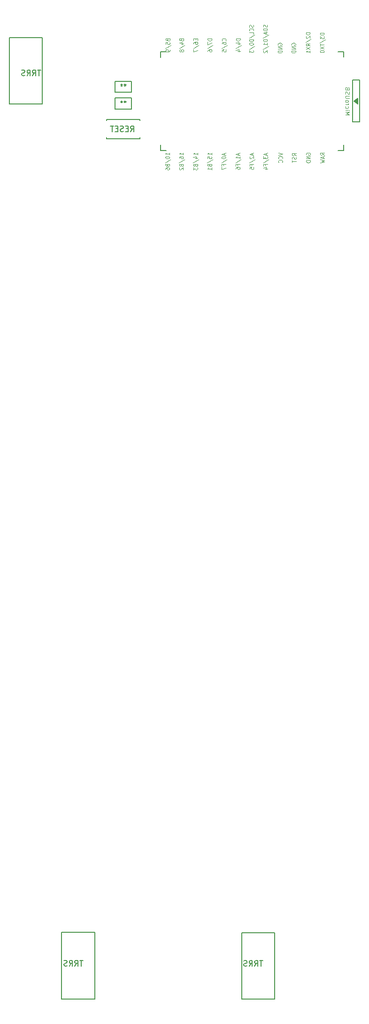
<source format=gbo>
G04 #@! TF.GenerationSoftware,KiCad,Pcbnew,(5.1.8)-1*
G04 #@! TF.CreationDate,2021-12-18T13:29:49+09:00*
G04 #@! TF.ProjectId,keyboard-layouter-playground,6b657962-6f61-4726-942d-6c61796f7574,rev?*
G04 #@! TF.SameCoordinates,Original*
G04 #@! TF.FileFunction,Legend,Bot*
G04 #@! TF.FilePolarity,Positive*
%FSLAX46Y46*%
G04 Gerber Fmt 4.6, Leading zero omitted, Abs format (unit mm)*
G04 Created by KiCad (PCBNEW (5.1.8)-1) date 2021-12-18 13:29:49*
%MOMM*%
%LPD*%
G01*
G04 APERTURE LIST*
%ADD10C,0.150000*%
%ADD11C,0.120000*%
%ADD12C,0.125000*%
G04 APERTURE END LIST*
D10*
X65583000Y-271322800D02*
X59583000Y-271322800D01*
X59583000Y-271322800D02*
X59583000Y-259322800D01*
X59583000Y-259322800D02*
X65583000Y-259322800D01*
X65583000Y-259322800D02*
X65583000Y-271322800D01*
X33147200Y-271297400D02*
X27147200Y-271297400D01*
X27147200Y-271297400D02*
X27147200Y-259297400D01*
X27147200Y-259297400D02*
X33147200Y-259297400D01*
X33147200Y-259297400D02*
X33147200Y-271297400D01*
X44940000Y-100751800D02*
X44940000Y-101761800D01*
X44940000Y-118551800D02*
X44940000Y-117551800D01*
X45940000Y-100751800D02*
X44940000Y-100751800D01*
X45990000Y-118551800D02*
X44940000Y-118551800D01*
X77990000Y-100751800D02*
X77990000Y-101701800D01*
X77990000Y-118551800D02*
X77990000Y-117551800D01*
X77990000Y-100751800D02*
X76990000Y-100751800D01*
X77990000Y-118551800D02*
X76990000Y-118551800D01*
X80890000Y-113401800D02*
X79590000Y-113401800D01*
X79590000Y-113401800D02*
X79590000Y-105901800D01*
X79590000Y-105901800D02*
X80890000Y-105901800D01*
X80890000Y-105901800D02*
X80890000Y-113401800D01*
X80540000Y-110151800D02*
X80540000Y-109151800D01*
X80540000Y-109151800D02*
X79890000Y-109651800D01*
X79890000Y-109651800D02*
X80540000Y-110151800D01*
X80390000Y-110001800D02*
X80390000Y-109301800D01*
X80240000Y-109901800D02*
X80240000Y-109401800D01*
X80090000Y-109801800D02*
X80090000Y-109501800D01*
X36752400Y-111109000D02*
X36752400Y-109109000D01*
X39752400Y-111109000D02*
X36752400Y-111109000D01*
X39752400Y-109109000D02*
X39752400Y-111109000D01*
X36752400Y-109109000D02*
X39752400Y-109109000D01*
X36752400Y-108086400D02*
X36752400Y-106086400D01*
X39752400Y-108086400D02*
X36752400Y-108086400D01*
X39752400Y-106086400D02*
X39752400Y-108086400D01*
X36752400Y-106086400D02*
X39752400Y-106086400D01*
X17677800Y-98209800D02*
X23677800Y-98209800D01*
X23677800Y-98209800D02*
X23677800Y-110209800D01*
X23677800Y-110209800D02*
X17677800Y-110209800D01*
X17677800Y-110209800D02*
X17677800Y-98209800D01*
X35227000Y-113181000D02*
X35227000Y-112931000D01*
X35227000Y-112931000D02*
X41227000Y-112931000D01*
X41227000Y-112931000D02*
X41227000Y-113181000D01*
X41227000Y-116181000D02*
X41227000Y-116431000D01*
X41227000Y-116431000D02*
X35227000Y-116431000D01*
X35227000Y-116431000D02*
X35227000Y-116181000D01*
X63420404Y-264361680D02*
X62848976Y-264361680D01*
X63134690Y-265361680D02*
X63134690Y-264361680D01*
X61944214Y-265361680D02*
X62277547Y-264885490D01*
X62515642Y-265361680D02*
X62515642Y-264361680D01*
X62134690Y-264361680D01*
X62039452Y-264409300D01*
X61991833Y-264456919D01*
X61944214Y-264552157D01*
X61944214Y-264695014D01*
X61991833Y-264790252D01*
X62039452Y-264837871D01*
X62134690Y-264885490D01*
X62515642Y-264885490D01*
X60944214Y-265361680D02*
X61277547Y-264885490D01*
X61515642Y-265361680D02*
X61515642Y-264361680D01*
X61134690Y-264361680D01*
X61039452Y-264409300D01*
X60991833Y-264456919D01*
X60944214Y-264552157D01*
X60944214Y-264695014D01*
X60991833Y-264790252D01*
X61039452Y-264837871D01*
X61134690Y-264885490D01*
X61515642Y-264885490D01*
X60563261Y-265314061D02*
X60420404Y-265361680D01*
X60182309Y-265361680D01*
X60087071Y-265314061D01*
X60039452Y-265266442D01*
X59991833Y-265171204D01*
X59991833Y-265075966D01*
X60039452Y-264980728D01*
X60087071Y-264933109D01*
X60182309Y-264885490D01*
X60372785Y-264837871D01*
X60468023Y-264790252D01*
X60515642Y-264742633D01*
X60563261Y-264647395D01*
X60563261Y-264552157D01*
X60515642Y-264456919D01*
X60468023Y-264409300D01*
X60372785Y-264361680D01*
X60134690Y-264361680D01*
X59991833Y-264409300D01*
X30984604Y-264336280D02*
X30413176Y-264336280D01*
X30698890Y-265336280D02*
X30698890Y-264336280D01*
X29508414Y-265336280D02*
X29841747Y-264860090D01*
X30079842Y-265336280D02*
X30079842Y-264336280D01*
X29698890Y-264336280D01*
X29603652Y-264383900D01*
X29556033Y-264431519D01*
X29508414Y-264526757D01*
X29508414Y-264669614D01*
X29556033Y-264764852D01*
X29603652Y-264812471D01*
X29698890Y-264860090D01*
X30079842Y-264860090D01*
X28508414Y-265336280D02*
X28841747Y-264860090D01*
X29079842Y-265336280D02*
X29079842Y-264336280D01*
X28698890Y-264336280D01*
X28603652Y-264383900D01*
X28556033Y-264431519D01*
X28508414Y-264526757D01*
X28508414Y-264669614D01*
X28556033Y-264764852D01*
X28603652Y-264812471D01*
X28698890Y-264860090D01*
X29079842Y-264860090D01*
X28127461Y-265288661D02*
X27984604Y-265336280D01*
X27746509Y-265336280D01*
X27651271Y-265288661D01*
X27603652Y-265241042D01*
X27556033Y-265145804D01*
X27556033Y-265050566D01*
X27603652Y-264955328D01*
X27651271Y-264907709D01*
X27746509Y-264860090D01*
X27936985Y-264812471D01*
X28032223Y-264764852D01*
X28079842Y-264717233D01*
X28127461Y-264621995D01*
X28127461Y-264526757D01*
X28079842Y-264431519D01*
X28032223Y-264383900D01*
X27936985Y-264336280D01*
X27698890Y-264336280D01*
X27556033Y-264383900D01*
D11*
X78300714Y-112148228D02*
X79050714Y-112148228D01*
X78515000Y-111898228D01*
X79050714Y-111648228D01*
X78300714Y-111648228D01*
X78300714Y-111291085D02*
X78800714Y-111291085D01*
X79050714Y-111291085D02*
X79015000Y-111326800D01*
X78979285Y-111291085D01*
X79015000Y-111255371D01*
X79050714Y-111291085D01*
X78979285Y-111291085D01*
X78336428Y-110612514D02*
X78300714Y-110683942D01*
X78300714Y-110826800D01*
X78336428Y-110898228D01*
X78372142Y-110933942D01*
X78443571Y-110969657D01*
X78657857Y-110969657D01*
X78729285Y-110933942D01*
X78765000Y-110898228D01*
X78800714Y-110826800D01*
X78800714Y-110683942D01*
X78765000Y-110612514D01*
X78300714Y-110291085D02*
X78800714Y-110291085D01*
X78657857Y-110291085D02*
X78729285Y-110255371D01*
X78765000Y-110219657D01*
X78800714Y-110148228D01*
X78800714Y-110076800D01*
X78300714Y-109719657D02*
X78336428Y-109791085D01*
X78372142Y-109826800D01*
X78443571Y-109862514D01*
X78657857Y-109862514D01*
X78729285Y-109826800D01*
X78765000Y-109791085D01*
X78800714Y-109719657D01*
X78800714Y-109612514D01*
X78765000Y-109541085D01*
X78729285Y-109505371D01*
X78657857Y-109469657D01*
X78443571Y-109469657D01*
X78372142Y-109505371D01*
X78336428Y-109541085D01*
X78300714Y-109612514D01*
X78300714Y-109719657D01*
X79050714Y-109148228D02*
X78443571Y-109148228D01*
X78372142Y-109112514D01*
X78336428Y-109076800D01*
X78300714Y-109005371D01*
X78300714Y-108862514D01*
X78336428Y-108791085D01*
X78372142Y-108755371D01*
X78443571Y-108719657D01*
X79050714Y-108719657D01*
X78336428Y-108398228D02*
X78300714Y-108291085D01*
X78300714Y-108112514D01*
X78336428Y-108041085D01*
X78372142Y-108005371D01*
X78443571Y-107969657D01*
X78515000Y-107969657D01*
X78586428Y-108005371D01*
X78622142Y-108041085D01*
X78657857Y-108112514D01*
X78693571Y-108255371D01*
X78729285Y-108326800D01*
X78765000Y-108362514D01*
X78836428Y-108398228D01*
X78907857Y-108398228D01*
X78979285Y-108362514D01*
X79015000Y-108326800D01*
X79050714Y-108255371D01*
X79050714Y-108076800D01*
X79015000Y-107969657D01*
X78693571Y-107398228D02*
X78657857Y-107291085D01*
X78622142Y-107255371D01*
X78550714Y-107219657D01*
X78443571Y-107219657D01*
X78372142Y-107255371D01*
X78336428Y-107291085D01*
X78300714Y-107362514D01*
X78300714Y-107648228D01*
X79050714Y-107648228D01*
X79050714Y-107398228D01*
X79015000Y-107326800D01*
X78979285Y-107291085D01*
X78907857Y-107255371D01*
X78836428Y-107255371D01*
X78765000Y-107291085D01*
X78729285Y-107326800D01*
X78693571Y-107398228D01*
X78693571Y-107648228D01*
D12*
X48736428Y-98639009D02*
X48772142Y-98734723D01*
X48807857Y-98766628D01*
X48879285Y-98798533D01*
X48986428Y-98798533D01*
X49057857Y-98766628D01*
X49093571Y-98734723D01*
X49129285Y-98670914D01*
X49129285Y-98415676D01*
X48379285Y-98415676D01*
X48379285Y-98639009D01*
X48415000Y-98702819D01*
X48450714Y-98734723D01*
X48522142Y-98766628D01*
X48593571Y-98766628D01*
X48665000Y-98734723D01*
X48700714Y-98702819D01*
X48736428Y-98639009D01*
X48736428Y-98415676D01*
X48629285Y-99372819D02*
X49129285Y-99372819D01*
X48343571Y-99213295D02*
X48879285Y-99053771D01*
X48879285Y-99468533D01*
X48343571Y-100202342D02*
X49307857Y-99628057D01*
X48700714Y-100521390D02*
X48665000Y-100457580D01*
X48629285Y-100425676D01*
X48557857Y-100393771D01*
X48522142Y-100393771D01*
X48450714Y-100425676D01*
X48415000Y-100457580D01*
X48379285Y-100521390D01*
X48379285Y-100649009D01*
X48415000Y-100712819D01*
X48450714Y-100744723D01*
X48522142Y-100776628D01*
X48557857Y-100776628D01*
X48629285Y-100744723D01*
X48665000Y-100712819D01*
X48700714Y-100649009D01*
X48700714Y-100521390D01*
X48736428Y-100457580D01*
X48772142Y-100425676D01*
X48843571Y-100393771D01*
X48986428Y-100393771D01*
X49057857Y-100425676D01*
X49093571Y-100457580D01*
X49129285Y-100521390D01*
X49129285Y-100649009D01*
X49093571Y-100712819D01*
X49057857Y-100744723D01*
X48986428Y-100776628D01*
X48843571Y-100776628D01*
X48772142Y-100744723D01*
X48736428Y-100712819D01*
X48700714Y-100649009D01*
X71929285Y-97311628D02*
X71179285Y-97311628D01*
X71179285Y-97471152D01*
X71215000Y-97566866D01*
X71286428Y-97630676D01*
X71357857Y-97662580D01*
X71500714Y-97694485D01*
X71607857Y-97694485D01*
X71750714Y-97662580D01*
X71822142Y-97630676D01*
X71893571Y-97566866D01*
X71929285Y-97471152D01*
X71929285Y-97311628D01*
X71250714Y-97949723D02*
X71215000Y-97981628D01*
X71179285Y-98045438D01*
X71179285Y-98204961D01*
X71215000Y-98268771D01*
X71250714Y-98300676D01*
X71322142Y-98332580D01*
X71393571Y-98332580D01*
X71500714Y-98300676D01*
X71929285Y-97917819D01*
X71929285Y-98332580D01*
X71143571Y-99098295D02*
X72107857Y-98524009D01*
X71929285Y-99704485D02*
X71572142Y-99481152D01*
X71929285Y-99321628D02*
X71179285Y-99321628D01*
X71179285Y-99576866D01*
X71215000Y-99640676D01*
X71250714Y-99672580D01*
X71322142Y-99704485D01*
X71429285Y-99704485D01*
X71500714Y-99672580D01*
X71536428Y-99640676D01*
X71572142Y-99576866D01*
X71572142Y-99321628D01*
X71179285Y-99927819D02*
X71929285Y-100374485D01*
X71179285Y-100374485D02*
X71929285Y-99927819D01*
X71929285Y-100980676D02*
X71929285Y-100597819D01*
X71929285Y-100789247D02*
X71179285Y-100789247D01*
X71286428Y-100725438D01*
X71357857Y-100661628D01*
X71393571Y-100597819D01*
X46236428Y-98639009D02*
X46272142Y-98734723D01*
X46307857Y-98766628D01*
X46379285Y-98798533D01*
X46486428Y-98798533D01*
X46557857Y-98766628D01*
X46593571Y-98734723D01*
X46629285Y-98670914D01*
X46629285Y-98415676D01*
X45879285Y-98415676D01*
X45879285Y-98639009D01*
X45915000Y-98702819D01*
X45950714Y-98734723D01*
X46022142Y-98766628D01*
X46093571Y-98766628D01*
X46165000Y-98734723D01*
X46200714Y-98702819D01*
X46236428Y-98639009D01*
X46236428Y-98415676D01*
X45879285Y-99404723D02*
X45879285Y-99085676D01*
X46236428Y-99053771D01*
X46200714Y-99085676D01*
X46165000Y-99149485D01*
X46165000Y-99309009D01*
X46200714Y-99372819D01*
X46236428Y-99404723D01*
X46307857Y-99436628D01*
X46486428Y-99436628D01*
X46557857Y-99404723D01*
X46593571Y-99372819D01*
X46629285Y-99309009D01*
X46629285Y-99149485D01*
X46593571Y-99085676D01*
X46557857Y-99053771D01*
X45843571Y-100202342D02*
X46807857Y-99628057D01*
X46629285Y-100457580D02*
X46629285Y-100585200D01*
X46593571Y-100649009D01*
X46557857Y-100680914D01*
X46450714Y-100744723D01*
X46307857Y-100776628D01*
X46022142Y-100776628D01*
X45950714Y-100744723D01*
X45915000Y-100712819D01*
X45879285Y-100649009D01*
X45879285Y-100521390D01*
X45915000Y-100457580D01*
X45950714Y-100425676D01*
X46022142Y-100393771D01*
X46200714Y-100393771D01*
X46272142Y-100425676D01*
X46307857Y-100457580D01*
X46343571Y-100521390D01*
X46343571Y-100649009D01*
X46307857Y-100712819D01*
X46272142Y-100744723D01*
X46200714Y-100776628D01*
X56707857Y-98798533D02*
X56743571Y-98766628D01*
X56779285Y-98670914D01*
X56779285Y-98607104D01*
X56743571Y-98511390D01*
X56672142Y-98447580D01*
X56600714Y-98415676D01*
X56457857Y-98383771D01*
X56350714Y-98383771D01*
X56207857Y-98415676D01*
X56136428Y-98447580D01*
X56065000Y-98511390D01*
X56029285Y-98607104D01*
X56029285Y-98670914D01*
X56065000Y-98766628D01*
X56100714Y-98798533D01*
X56029285Y-99372819D02*
X56029285Y-99245200D01*
X56065000Y-99181390D01*
X56100714Y-99149485D01*
X56207857Y-99085676D01*
X56350714Y-99053771D01*
X56636428Y-99053771D01*
X56707857Y-99085676D01*
X56743571Y-99117580D01*
X56779285Y-99181390D01*
X56779285Y-99309009D01*
X56743571Y-99372819D01*
X56707857Y-99404723D01*
X56636428Y-99436628D01*
X56457857Y-99436628D01*
X56386428Y-99404723D01*
X56350714Y-99372819D01*
X56315000Y-99309009D01*
X56315000Y-99181390D01*
X56350714Y-99117580D01*
X56386428Y-99085676D01*
X56457857Y-99053771D01*
X55993571Y-100202342D02*
X56957857Y-99628057D01*
X56029285Y-100744723D02*
X56029285Y-100425676D01*
X56386428Y-100393771D01*
X56350714Y-100425676D01*
X56315000Y-100489485D01*
X56315000Y-100649009D01*
X56350714Y-100712819D01*
X56386428Y-100744723D01*
X56457857Y-100776628D01*
X56636428Y-100776628D01*
X56707857Y-100744723D01*
X56743571Y-100712819D01*
X56779285Y-100649009D01*
X56779285Y-100489485D01*
X56743571Y-100425676D01*
X56707857Y-100393771D01*
X61693571Y-95957580D02*
X61729285Y-96053295D01*
X61729285Y-96212819D01*
X61693571Y-96276628D01*
X61657857Y-96308533D01*
X61586428Y-96340438D01*
X61515000Y-96340438D01*
X61443571Y-96308533D01*
X61407857Y-96276628D01*
X61372142Y-96212819D01*
X61336428Y-96085200D01*
X61300714Y-96021390D01*
X61265000Y-95989485D01*
X61193571Y-95957580D01*
X61122142Y-95957580D01*
X61050714Y-95989485D01*
X61015000Y-96021390D01*
X60979285Y-96085200D01*
X60979285Y-96244723D01*
X61015000Y-96340438D01*
X61657857Y-97010438D02*
X61693571Y-96978533D01*
X61729285Y-96882819D01*
X61729285Y-96819009D01*
X61693571Y-96723295D01*
X61622142Y-96659485D01*
X61550714Y-96627580D01*
X61407857Y-96595676D01*
X61300714Y-96595676D01*
X61157857Y-96627580D01*
X61086428Y-96659485D01*
X61015000Y-96723295D01*
X60979285Y-96819009D01*
X60979285Y-96882819D01*
X61015000Y-96978533D01*
X61050714Y-97010438D01*
X61729285Y-97616628D02*
X61729285Y-97297580D01*
X60979285Y-97297580D01*
X60943571Y-98318533D02*
X61907857Y-97744247D01*
X61729285Y-98541866D02*
X60979285Y-98541866D01*
X60979285Y-98701390D01*
X61015000Y-98797104D01*
X61086428Y-98860914D01*
X61157857Y-98892819D01*
X61300714Y-98924723D01*
X61407857Y-98924723D01*
X61550714Y-98892819D01*
X61622142Y-98860914D01*
X61693571Y-98797104D01*
X61729285Y-98701390D01*
X61729285Y-98541866D01*
X60979285Y-99339485D02*
X60979285Y-99403295D01*
X61015000Y-99467104D01*
X61050714Y-99499009D01*
X61122142Y-99530914D01*
X61265000Y-99562819D01*
X61443571Y-99562819D01*
X61586428Y-99530914D01*
X61657857Y-99499009D01*
X61693571Y-99467104D01*
X61729285Y-99403295D01*
X61729285Y-99339485D01*
X61693571Y-99275676D01*
X61657857Y-99243771D01*
X61586428Y-99211866D01*
X61443571Y-99179961D01*
X61265000Y-99179961D01*
X61122142Y-99211866D01*
X61050714Y-99243771D01*
X61015000Y-99275676D01*
X60979285Y-99339485D01*
X60943571Y-100328533D02*
X61907857Y-99754247D01*
X60979285Y-100488057D02*
X60979285Y-100902819D01*
X61265000Y-100679485D01*
X61265000Y-100775200D01*
X61300714Y-100839009D01*
X61336428Y-100870914D01*
X61407857Y-100902819D01*
X61586428Y-100902819D01*
X61657857Y-100870914D01*
X61693571Y-100839009D01*
X61729285Y-100775200D01*
X61729285Y-100583771D01*
X61693571Y-100519961D01*
X61657857Y-100488057D01*
X64193571Y-95941628D02*
X64229285Y-96037342D01*
X64229285Y-96196866D01*
X64193571Y-96260676D01*
X64157857Y-96292580D01*
X64086428Y-96324485D01*
X64015000Y-96324485D01*
X63943571Y-96292580D01*
X63907857Y-96260676D01*
X63872142Y-96196866D01*
X63836428Y-96069247D01*
X63800714Y-96005438D01*
X63765000Y-95973533D01*
X63693571Y-95941628D01*
X63622142Y-95941628D01*
X63550714Y-95973533D01*
X63515000Y-96005438D01*
X63479285Y-96069247D01*
X63479285Y-96228771D01*
X63515000Y-96324485D01*
X64229285Y-96611628D02*
X63479285Y-96611628D01*
X63479285Y-96771152D01*
X63515000Y-96866866D01*
X63586428Y-96930676D01*
X63657857Y-96962580D01*
X63800714Y-96994485D01*
X63907857Y-96994485D01*
X64050714Y-96962580D01*
X64122142Y-96930676D01*
X64193571Y-96866866D01*
X64229285Y-96771152D01*
X64229285Y-96611628D01*
X64015000Y-97249723D02*
X64015000Y-97568771D01*
X64229285Y-97185914D02*
X63479285Y-97409247D01*
X64229285Y-97632580D01*
X63443571Y-98334485D02*
X64407857Y-97760200D01*
X64229285Y-98557819D02*
X63479285Y-98557819D01*
X63479285Y-98717342D01*
X63515000Y-98813057D01*
X63586428Y-98876866D01*
X63657857Y-98908771D01*
X63800714Y-98940676D01*
X63907857Y-98940676D01*
X64050714Y-98908771D01*
X64122142Y-98876866D01*
X64193571Y-98813057D01*
X64229285Y-98717342D01*
X64229285Y-98557819D01*
X64229285Y-99578771D02*
X64229285Y-99195914D01*
X64229285Y-99387342D02*
X63479285Y-99387342D01*
X63586428Y-99323533D01*
X63657857Y-99259723D01*
X63693571Y-99195914D01*
X63443571Y-100344485D02*
X64407857Y-99770200D01*
X63550714Y-100535914D02*
X63515000Y-100567819D01*
X63479285Y-100631628D01*
X63479285Y-100791152D01*
X63515000Y-100854961D01*
X63550714Y-100886866D01*
X63622142Y-100918771D01*
X63693571Y-100918771D01*
X63800714Y-100886866D01*
X64229285Y-100504009D01*
X64229285Y-100918771D01*
X59329285Y-98415676D02*
X58579285Y-98415676D01*
X58579285Y-98575200D01*
X58615000Y-98670914D01*
X58686428Y-98734723D01*
X58757857Y-98766628D01*
X58900714Y-98798533D01*
X59007857Y-98798533D01*
X59150714Y-98766628D01*
X59222142Y-98734723D01*
X59293571Y-98670914D01*
X59329285Y-98575200D01*
X59329285Y-98415676D01*
X58829285Y-99372819D02*
X59329285Y-99372819D01*
X58543571Y-99213295D02*
X59079285Y-99053771D01*
X59079285Y-99468533D01*
X58543571Y-100202342D02*
X59507857Y-99628057D01*
X58829285Y-100712819D02*
X59329285Y-100712819D01*
X58543571Y-100553295D02*
X59079285Y-100393771D01*
X59079285Y-100808533D01*
X74479285Y-97391390D02*
X73729285Y-97391390D01*
X73729285Y-97550914D01*
X73765000Y-97646628D01*
X73836428Y-97710438D01*
X73907857Y-97742342D01*
X74050714Y-97774247D01*
X74157857Y-97774247D01*
X74300714Y-97742342D01*
X74372142Y-97710438D01*
X74443571Y-97646628D01*
X74479285Y-97550914D01*
X74479285Y-97391390D01*
X73729285Y-97997580D02*
X73729285Y-98412342D01*
X74015000Y-98189009D01*
X74015000Y-98284723D01*
X74050714Y-98348533D01*
X74086428Y-98380438D01*
X74157857Y-98412342D01*
X74336428Y-98412342D01*
X74407857Y-98380438D01*
X74443571Y-98348533D01*
X74479285Y-98284723D01*
X74479285Y-98093295D01*
X74443571Y-98029485D01*
X74407857Y-97997580D01*
X73693571Y-99178057D02*
X74657857Y-98603771D01*
X73729285Y-99305676D02*
X73729285Y-99688533D01*
X74479285Y-99497104D02*
X73729285Y-99497104D01*
X73729285Y-99848057D02*
X74479285Y-100294723D01*
X73729285Y-100294723D02*
X74479285Y-99848057D01*
X73729285Y-100677580D02*
X73729285Y-100741390D01*
X73765000Y-100805200D01*
X73800714Y-100837104D01*
X73872142Y-100869009D01*
X74015000Y-100900914D01*
X74193571Y-100900914D01*
X74336428Y-100869009D01*
X74407857Y-100837104D01*
X74443571Y-100805200D01*
X74479285Y-100741390D01*
X74479285Y-100677580D01*
X74443571Y-100613771D01*
X74407857Y-100581866D01*
X74336428Y-100549961D01*
X74193571Y-100518057D01*
X74015000Y-100518057D01*
X73872142Y-100549961D01*
X73800714Y-100581866D01*
X73765000Y-100613771D01*
X73729285Y-100677580D01*
X66165000Y-99569723D02*
X66129285Y-99505914D01*
X66129285Y-99410200D01*
X66165000Y-99314485D01*
X66236428Y-99250676D01*
X66307857Y-99218771D01*
X66450714Y-99186866D01*
X66557857Y-99186866D01*
X66700714Y-99218771D01*
X66772142Y-99250676D01*
X66843571Y-99314485D01*
X66879285Y-99410200D01*
X66879285Y-99474009D01*
X66843571Y-99569723D01*
X66807857Y-99601628D01*
X66557857Y-99601628D01*
X66557857Y-99474009D01*
X66879285Y-99888771D02*
X66129285Y-99888771D01*
X66879285Y-100271628D01*
X66129285Y-100271628D01*
X66879285Y-100590676D02*
X66129285Y-100590676D01*
X66129285Y-100750200D01*
X66165000Y-100845914D01*
X66236428Y-100909723D01*
X66307857Y-100941628D01*
X66450714Y-100973533D01*
X66557857Y-100973533D01*
X66700714Y-100941628D01*
X66772142Y-100909723D01*
X66843571Y-100845914D01*
X66879285Y-100750200D01*
X66879285Y-100590676D01*
X68615000Y-99569723D02*
X68579285Y-99505914D01*
X68579285Y-99410200D01*
X68615000Y-99314485D01*
X68686428Y-99250676D01*
X68757857Y-99218771D01*
X68900714Y-99186866D01*
X69007857Y-99186866D01*
X69150714Y-99218771D01*
X69222142Y-99250676D01*
X69293571Y-99314485D01*
X69329285Y-99410200D01*
X69329285Y-99474009D01*
X69293571Y-99569723D01*
X69257857Y-99601628D01*
X69007857Y-99601628D01*
X69007857Y-99474009D01*
X69329285Y-99888771D02*
X68579285Y-99888771D01*
X69329285Y-100271628D01*
X68579285Y-100271628D01*
X69329285Y-100590676D02*
X68579285Y-100590676D01*
X68579285Y-100750200D01*
X68615000Y-100845914D01*
X68686428Y-100909723D01*
X68757857Y-100941628D01*
X68900714Y-100973533D01*
X69007857Y-100973533D01*
X69150714Y-100941628D01*
X69222142Y-100909723D01*
X69293571Y-100845914D01*
X69329285Y-100750200D01*
X69329285Y-100590676D01*
X54229285Y-98415676D02*
X53479285Y-98415676D01*
X53479285Y-98575200D01*
X53515000Y-98670914D01*
X53586428Y-98734723D01*
X53657857Y-98766628D01*
X53800714Y-98798533D01*
X53907857Y-98798533D01*
X54050714Y-98766628D01*
X54122142Y-98734723D01*
X54193571Y-98670914D01*
X54229285Y-98575200D01*
X54229285Y-98415676D01*
X53479285Y-99021866D02*
X53479285Y-99468533D01*
X54229285Y-99181390D01*
X53443571Y-100202342D02*
X54407857Y-99628057D01*
X53479285Y-100712819D02*
X53479285Y-100585200D01*
X53515000Y-100521390D01*
X53550714Y-100489485D01*
X53657857Y-100425676D01*
X53800714Y-100393771D01*
X54086428Y-100393771D01*
X54157857Y-100425676D01*
X54193571Y-100457580D01*
X54229285Y-100521390D01*
X54229285Y-100649009D01*
X54193571Y-100712819D01*
X54157857Y-100744723D01*
X54086428Y-100776628D01*
X53907857Y-100776628D01*
X53836428Y-100744723D01*
X53800714Y-100712819D01*
X53765000Y-100649009D01*
X53765000Y-100521390D01*
X53800714Y-100457580D01*
X53836428Y-100425676D01*
X53907857Y-100393771D01*
X51286428Y-98447580D02*
X51286428Y-98670914D01*
X51679285Y-98766628D02*
X51679285Y-98447580D01*
X50929285Y-98447580D01*
X50929285Y-98766628D01*
X50929285Y-99340914D02*
X50929285Y-99213295D01*
X50965000Y-99149485D01*
X51000714Y-99117580D01*
X51107857Y-99053771D01*
X51250714Y-99021866D01*
X51536428Y-99021866D01*
X51607857Y-99053771D01*
X51643571Y-99085676D01*
X51679285Y-99149485D01*
X51679285Y-99277104D01*
X51643571Y-99340914D01*
X51607857Y-99372819D01*
X51536428Y-99404723D01*
X51357857Y-99404723D01*
X51286428Y-99372819D01*
X51250714Y-99340914D01*
X51215000Y-99277104D01*
X51215000Y-99149485D01*
X51250714Y-99085676D01*
X51286428Y-99053771D01*
X51357857Y-99021866D01*
X50893571Y-100170438D02*
X51857857Y-99596152D01*
X50929285Y-100329961D02*
X50929285Y-100776628D01*
X51679285Y-100489485D01*
X49079285Y-119364180D02*
X49079285Y-118981323D01*
X49079285Y-119172752D02*
X48329285Y-119172752D01*
X48436428Y-119108942D01*
X48507857Y-119045133D01*
X48543571Y-118981323D01*
X48329285Y-119938466D02*
X48329285Y-119810847D01*
X48365000Y-119747038D01*
X48400714Y-119715133D01*
X48507857Y-119651323D01*
X48650714Y-119619419D01*
X48936428Y-119619419D01*
X49007857Y-119651323D01*
X49043571Y-119683228D01*
X49079285Y-119747038D01*
X49079285Y-119874657D01*
X49043571Y-119938466D01*
X49007857Y-119970371D01*
X48936428Y-120002276D01*
X48757857Y-120002276D01*
X48686428Y-119970371D01*
X48650714Y-119938466D01*
X48615000Y-119874657D01*
X48615000Y-119747038D01*
X48650714Y-119683228D01*
X48686428Y-119651323D01*
X48757857Y-119619419D01*
X48293571Y-120767990D02*
X49257857Y-120193704D01*
X48686428Y-121214657D02*
X48722142Y-121310371D01*
X48757857Y-121342276D01*
X48829285Y-121374180D01*
X48936428Y-121374180D01*
X49007857Y-121342276D01*
X49043571Y-121310371D01*
X49079285Y-121246561D01*
X49079285Y-120991323D01*
X48329285Y-120991323D01*
X48329285Y-121214657D01*
X48365000Y-121278466D01*
X48400714Y-121310371D01*
X48472142Y-121342276D01*
X48543571Y-121342276D01*
X48615000Y-121310371D01*
X48650714Y-121278466D01*
X48686428Y-121214657D01*
X48686428Y-120991323D01*
X48400714Y-121629419D02*
X48365000Y-121661323D01*
X48329285Y-121725133D01*
X48329285Y-121884657D01*
X48365000Y-121948466D01*
X48400714Y-121980371D01*
X48472142Y-122012276D01*
X48543571Y-122012276D01*
X48650714Y-121980371D01*
X49079285Y-121597514D01*
X49079285Y-122012276D01*
X46579285Y-119364180D02*
X46579285Y-118981323D01*
X46579285Y-119172752D02*
X45829285Y-119172752D01*
X45936428Y-119108942D01*
X46007857Y-119045133D01*
X46043571Y-118981323D01*
X45829285Y-119778942D02*
X45829285Y-119842752D01*
X45865000Y-119906561D01*
X45900714Y-119938466D01*
X45972142Y-119970371D01*
X46115000Y-120002276D01*
X46293571Y-120002276D01*
X46436428Y-119970371D01*
X46507857Y-119938466D01*
X46543571Y-119906561D01*
X46579285Y-119842752D01*
X46579285Y-119778942D01*
X46543571Y-119715133D01*
X46507857Y-119683228D01*
X46436428Y-119651323D01*
X46293571Y-119619419D01*
X46115000Y-119619419D01*
X45972142Y-119651323D01*
X45900714Y-119683228D01*
X45865000Y-119715133D01*
X45829285Y-119778942D01*
X45793571Y-120767990D02*
X46757857Y-120193704D01*
X46186428Y-121214657D02*
X46222142Y-121310371D01*
X46257857Y-121342276D01*
X46329285Y-121374180D01*
X46436428Y-121374180D01*
X46507857Y-121342276D01*
X46543571Y-121310371D01*
X46579285Y-121246561D01*
X46579285Y-120991323D01*
X45829285Y-120991323D01*
X45829285Y-121214657D01*
X45865000Y-121278466D01*
X45900714Y-121310371D01*
X45972142Y-121342276D01*
X46043571Y-121342276D01*
X46115000Y-121310371D01*
X46150714Y-121278466D01*
X46186428Y-121214657D01*
X46186428Y-120991323D01*
X45829285Y-121948466D02*
X45829285Y-121820847D01*
X45865000Y-121757038D01*
X45900714Y-121725133D01*
X46007857Y-121661323D01*
X46150714Y-121629419D01*
X46436428Y-121629419D01*
X46507857Y-121661323D01*
X46543571Y-121693228D01*
X46579285Y-121757038D01*
X46579285Y-121884657D01*
X46543571Y-121948466D01*
X46507857Y-121980371D01*
X46436428Y-122012276D01*
X46257857Y-122012276D01*
X46186428Y-121980371D01*
X46150714Y-121948466D01*
X46115000Y-121884657D01*
X46115000Y-121757038D01*
X46150714Y-121693228D01*
X46186428Y-121661323D01*
X46257857Y-121629419D01*
X51629285Y-119364180D02*
X51629285Y-118981323D01*
X51629285Y-119172752D02*
X50879285Y-119172752D01*
X50986428Y-119108942D01*
X51057857Y-119045133D01*
X51093571Y-118981323D01*
X51129285Y-119938466D02*
X51629285Y-119938466D01*
X50843571Y-119778942D02*
X51379285Y-119619419D01*
X51379285Y-120034180D01*
X50843571Y-120767990D02*
X51807857Y-120193704D01*
X51236428Y-121214657D02*
X51272142Y-121310371D01*
X51307857Y-121342276D01*
X51379285Y-121374180D01*
X51486428Y-121374180D01*
X51557857Y-121342276D01*
X51593571Y-121310371D01*
X51629285Y-121246561D01*
X51629285Y-120991323D01*
X50879285Y-120991323D01*
X50879285Y-121214657D01*
X50915000Y-121278466D01*
X50950714Y-121310371D01*
X51022142Y-121342276D01*
X51093571Y-121342276D01*
X51165000Y-121310371D01*
X51200714Y-121278466D01*
X51236428Y-121214657D01*
X51236428Y-120991323D01*
X50879285Y-121597514D02*
X50879285Y-122012276D01*
X51165000Y-121788942D01*
X51165000Y-121884657D01*
X51200714Y-121948466D01*
X51236428Y-121980371D01*
X51307857Y-122012276D01*
X51486428Y-122012276D01*
X51557857Y-121980371D01*
X51593571Y-121948466D01*
X51629285Y-121884657D01*
X51629285Y-121693228D01*
X51593571Y-121629419D01*
X51557857Y-121597514D01*
X54179285Y-119364180D02*
X54179285Y-118981323D01*
X54179285Y-119172752D02*
X53429285Y-119172752D01*
X53536428Y-119108942D01*
X53607857Y-119045133D01*
X53643571Y-118981323D01*
X53429285Y-119970371D02*
X53429285Y-119651323D01*
X53786428Y-119619419D01*
X53750714Y-119651323D01*
X53715000Y-119715133D01*
X53715000Y-119874657D01*
X53750714Y-119938466D01*
X53786428Y-119970371D01*
X53857857Y-120002276D01*
X54036428Y-120002276D01*
X54107857Y-119970371D01*
X54143571Y-119938466D01*
X54179285Y-119874657D01*
X54179285Y-119715133D01*
X54143571Y-119651323D01*
X54107857Y-119619419D01*
X53393571Y-120767990D02*
X54357857Y-120193704D01*
X53786428Y-121214657D02*
X53822142Y-121310371D01*
X53857857Y-121342276D01*
X53929285Y-121374180D01*
X54036428Y-121374180D01*
X54107857Y-121342276D01*
X54143571Y-121310371D01*
X54179285Y-121246561D01*
X54179285Y-120991323D01*
X53429285Y-120991323D01*
X53429285Y-121214657D01*
X53465000Y-121278466D01*
X53500714Y-121310371D01*
X53572142Y-121342276D01*
X53643571Y-121342276D01*
X53715000Y-121310371D01*
X53750714Y-121278466D01*
X53786428Y-121214657D01*
X53786428Y-120991323D01*
X54179285Y-122012276D02*
X54179285Y-121629419D01*
X54179285Y-121820847D02*
X53429285Y-121820847D01*
X53536428Y-121757038D01*
X53607857Y-121693228D01*
X53643571Y-121629419D01*
X56515000Y-119061085D02*
X56515000Y-119380133D01*
X56729285Y-118997276D02*
X55979285Y-119220609D01*
X56729285Y-119443942D01*
X55979285Y-119794895D02*
X55979285Y-119858704D01*
X56015000Y-119922514D01*
X56050714Y-119954419D01*
X56122142Y-119986323D01*
X56265000Y-120018228D01*
X56443571Y-120018228D01*
X56586428Y-119986323D01*
X56657857Y-119954419D01*
X56693571Y-119922514D01*
X56729285Y-119858704D01*
X56729285Y-119794895D01*
X56693571Y-119731085D01*
X56657857Y-119699180D01*
X56586428Y-119667276D01*
X56443571Y-119635371D01*
X56265000Y-119635371D01*
X56122142Y-119667276D01*
X56050714Y-119699180D01*
X56015000Y-119731085D01*
X55979285Y-119794895D01*
X55943571Y-120783942D02*
X56907857Y-120209657D01*
X56336428Y-121230609D02*
X56336428Y-121007276D01*
X56729285Y-121007276D02*
X55979285Y-121007276D01*
X55979285Y-121326323D01*
X55979285Y-121517752D02*
X55979285Y-121964419D01*
X56729285Y-121677276D01*
X59065000Y-119061085D02*
X59065000Y-119380133D01*
X59279285Y-118997276D02*
X58529285Y-119220609D01*
X59279285Y-119443942D01*
X59279285Y-120018228D02*
X59279285Y-119635371D01*
X59279285Y-119826800D02*
X58529285Y-119826800D01*
X58636428Y-119762990D01*
X58707857Y-119699180D01*
X58743571Y-119635371D01*
X58493571Y-120783942D02*
X59457857Y-120209657D01*
X58886428Y-121230609D02*
X58886428Y-121007276D01*
X59279285Y-121007276D02*
X58529285Y-121007276D01*
X58529285Y-121326323D01*
X58529285Y-121868704D02*
X58529285Y-121741085D01*
X58565000Y-121677276D01*
X58600714Y-121645371D01*
X58707857Y-121581561D01*
X58850714Y-121549657D01*
X59136428Y-121549657D01*
X59207857Y-121581561D01*
X59243571Y-121613466D01*
X59279285Y-121677276D01*
X59279285Y-121804895D01*
X59243571Y-121868704D01*
X59207857Y-121900609D01*
X59136428Y-121932514D01*
X58957857Y-121932514D01*
X58886428Y-121900609D01*
X58850714Y-121868704D01*
X58815000Y-121804895D01*
X58815000Y-121677276D01*
X58850714Y-121613466D01*
X58886428Y-121581561D01*
X58957857Y-121549657D01*
X61565000Y-119061085D02*
X61565000Y-119380133D01*
X61779285Y-118997276D02*
X61029285Y-119220609D01*
X61779285Y-119443942D01*
X61100714Y-119635371D02*
X61065000Y-119667276D01*
X61029285Y-119731085D01*
X61029285Y-119890609D01*
X61065000Y-119954419D01*
X61100714Y-119986323D01*
X61172142Y-120018228D01*
X61243571Y-120018228D01*
X61350714Y-119986323D01*
X61779285Y-119603466D01*
X61779285Y-120018228D01*
X60993571Y-120783942D02*
X61957857Y-120209657D01*
X61386428Y-121230609D02*
X61386428Y-121007276D01*
X61779285Y-121007276D02*
X61029285Y-121007276D01*
X61029285Y-121326323D01*
X61029285Y-121900609D02*
X61029285Y-121581561D01*
X61386428Y-121549657D01*
X61350714Y-121581561D01*
X61315000Y-121645371D01*
X61315000Y-121804895D01*
X61350714Y-121868704D01*
X61386428Y-121900609D01*
X61457857Y-121932514D01*
X61636428Y-121932514D01*
X61707857Y-121900609D01*
X61743571Y-121868704D01*
X61779285Y-121804895D01*
X61779285Y-121645371D01*
X61743571Y-121581561D01*
X61707857Y-121549657D01*
X64065000Y-119061085D02*
X64065000Y-119380133D01*
X64279285Y-118997276D02*
X63529285Y-119220609D01*
X64279285Y-119443942D01*
X63529285Y-119603466D02*
X63529285Y-120018228D01*
X63815000Y-119794895D01*
X63815000Y-119890609D01*
X63850714Y-119954419D01*
X63886428Y-119986323D01*
X63957857Y-120018228D01*
X64136428Y-120018228D01*
X64207857Y-119986323D01*
X64243571Y-119954419D01*
X64279285Y-119890609D01*
X64279285Y-119699180D01*
X64243571Y-119635371D01*
X64207857Y-119603466D01*
X63493571Y-120783942D02*
X64457857Y-120209657D01*
X63886428Y-121230609D02*
X63886428Y-121007276D01*
X64279285Y-121007276D02*
X63529285Y-121007276D01*
X63529285Y-121326323D01*
X63779285Y-121868704D02*
X64279285Y-121868704D01*
X63493571Y-121709180D02*
X64029285Y-121549657D01*
X64029285Y-121964419D01*
X66229285Y-118953466D02*
X66979285Y-119176800D01*
X66229285Y-119400133D01*
X66907857Y-120006323D02*
X66943571Y-119974419D01*
X66979285Y-119878704D01*
X66979285Y-119814895D01*
X66943571Y-119719180D01*
X66872142Y-119655371D01*
X66800714Y-119623466D01*
X66657857Y-119591561D01*
X66550714Y-119591561D01*
X66407857Y-119623466D01*
X66336428Y-119655371D01*
X66265000Y-119719180D01*
X66229285Y-119814895D01*
X66229285Y-119878704D01*
X66265000Y-119974419D01*
X66300714Y-120006323D01*
X66907857Y-120676323D02*
X66943571Y-120644419D01*
X66979285Y-120548704D01*
X66979285Y-120484895D01*
X66943571Y-120389180D01*
X66872142Y-120325371D01*
X66800714Y-120293466D01*
X66657857Y-120261561D01*
X66550714Y-120261561D01*
X66407857Y-120293466D01*
X66336428Y-120325371D01*
X66265000Y-120389180D01*
X66229285Y-120484895D01*
X66229285Y-120548704D01*
X66265000Y-120644419D01*
X66300714Y-120676323D01*
X69429285Y-119479895D02*
X69072142Y-119256561D01*
X69429285Y-119097038D02*
X68679285Y-119097038D01*
X68679285Y-119352276D01*
X68715000Y-119416085D01*
X68750714Y-119447990D01*
X68822142Y-119479895D01*
X68929285Y-119479895D01*
X69000714Y-119447990D01*
X69036428Y-119416085D01*
X69072142Y-119352276D01*
X69072142Y-119097038D01*
X69393571Y-119735133D02*
X69429285Y-119830847D01*
X69429285Y-119990371D01*
X69393571Y-120054180D01*
X69357857Y-120086085D01*
X69286428Y-120117990D01*
X69215000Y-120117990D01*
X69143571Y-120086085D01*
X69107857Y-120054180D01*
X69072142Y-119990371D01*
X69036428Y-119862752D01*
X69000714Y-119798942D01*
X68965000Y-119767038D01*
X68893571Y-119735133D01*
X68822142Y-119735133D01*
X68750714Y-119767038D01*
X68715000Y-119798942D01*
X68679285Y-119862752D01*
X68679285Y-120022276D01*
X68715000Y-120117990D01*
X68679285Y-120309419D02*
X68679285Y-120692276D01*
X69429285Y-120500847D02*
X68679285Y-120500847D01*
X71265000Y-119336323D02*
X71229285Y-119272514D01*
X71229285Y-119176800D01*
X71265000Y-119081085D01*
X71336428Y-119017276D01*
X71407857Y-118985371D01*
X71550714Y-118953466D01*
X71657857Y-118953466D01*
X71800714Y-118985371D01*
X71872142Y-119017276D01*
X71943571Y-119081085D01*
X71979285Y-119176800D01*
X71979285Y-119240609D01*
X71943571Y-119336323D01*
X71907857Y-119368228D01*
X71657857Y-119368228D01*
X71657857Y-119240609D01*
X71979285Y-119655371D02*
X71229285Y-119655371D01*
X71979285Y-120038228D01*
X71229285Y-120038228D01*
X71979285Y-120357276D02*
X71229285Y-120357276D01*
X71229285Y-120516800D01*
X71265000Y-120612514D01*
X71336428Y-120676323D01*
X71407857Y-120708228D01*
X71550714Y-120740133D01*
X71657857Y-120740133D01*
X71800714Y-120708228D01*
X71872142Y-120676323D01*
X71943571Y-120612514D01*
X71979285Y-120516800D01*
X71979285Y-120357276D01*
X74529285Y-119384180D02*
X74172142Y-119160847D01*
X74529285Y-119001323D02*
X73779285Y-119001323D01*
X73779285Y-119256561D01*
X73815000Y-119320371D01*
X73850714Y-119352276D01*
X73922142Y-119384180D01*
X74029285Y-119384180D01*
X74100714Y-119352276D01*
X74136428Y-119320371D01*
X74172142Y-119256561D01*
X74172142Y-119001323D01*
X74315000Y-119639419D02*
X74315000Y-119958466D01*
X74529285Y-119575609D02*
X73779285Y-119798942D01*
X74529285Y-120022276D01*
X73779285Y-120181800D02*
X74529285Y-120341323D01*
X73993571Y-120468942D01*
X74529285Y-120596561D01*
X73779285Y-120756085D01*
D10*
X38562038Y-109600395D02*
X38562038Y-109793919D01*
X38755561Y-109716509D02*
X38562038Y-109793919D01*
X38368514Y-109716509D01*
X38678152Y-109948738D02*
X38562038Y-109793919D01*
X38445923Y-109948738D01*
X37942761Y-109600395D02*
X37942761Y-109793919D01*
X38136285Y-109716509D02*
X37942761Y-109793919D01*
X37749238Y-109716509D01*
X38058876Y-109948738D02*
X37942761Y-109793919D01*
X37826647Y-109948738D01*
X38562038Y-106577795D02*
X38562038Y-106771319D01*
X38755561Y-106693909D02*
X38562038Y-106771319D01*
X38368514Y-106693909D01*
X38678152Y-106926138D02*
X38562038Y-106771319D01*
X38445923Y-106926138D01*
X37942761Y-106577795D02*
X37942761Y-106771319D01*
X38136285Y-106693909D02*
X37942761Y-106771319D01*
X37749238Y-106693909D01*
X38058876Y-106926138D02*
X37942761Y-106771319D01*
X37826647Y-106926138D01*
X23364204Y-104075680D02*
X22792776Y-104075680D01*
X23078490Y-105075680D02*
X23078490Y-104075680D01*
X21888014Y-105075680D02*
X22221347Y-104599490D01*
X22459442Y-105075680D02*
X22459442Y-104075680D01*
X22078490Y-104075680D01*
X21983252Y-104123300D01*
X21935633Y-104170919D01*
X21888014Y-104266157D01*
X21888014Y-104409014D01*
X21935633Y-104504252D01*
X21983252Y-104551871D01*
X22078490Y-104599490D01*
X22459442Y-104599490D01*
X20888014Y-105075680D02*
X21221347Y-104599490D01*
X21459442Y-105075680D02*
X21459442Y-104075680D01*
X21078490Y-104075680D01*
X20983252Y-104123300D01*
X20935633Y-104170919D01*
X20888014Y-104266157D01*
X20888014Y-104409014D01*
X20935633Y-104504252D01*
X20983252Y-104551871D01*
X21078490Y-104599490D01*
X21459442Y-104599490D01*
X20507061Y-105028061D02*
X20364204Y-105075680D01*
X20126109Y-105075680D01*
X20030871Y-105028061D01*
X19983252Y-104980442D01*
X19935633Y-104885204D01*
X19935633Y-104789966D01*
X19983252Y-104694728D01*
X20030871Y-104647109D01*
X20126109Y-104599490D01*
X20316585Y-104551871D01*
X20411823Y-104504252D01*
X20459442Y-104456633D01*
X20507061Y-104361395D01*
X20507061Y-104266157D01*
X20459442Y-104170919D01*
X20411823Y-104123300D01*
X20316585Y-104075680D01*
X20078490Y-104075680D01*
X19935633Y-104123300D01*
X39552380Y-115133380D02*
X39885714Y-114657190D01*
X40123809Y-115133380D02*
X40123809Y-114133380D01*
X39742857Y-114133380D01*
X39647619Y-114181000D01*
X39600000Y-114228619D01*
X39552380Y-114323857D01*
X39552380Y-114466714D01*
X39600000Y-114561952D01*
X39647619Y-114609571D01*
X39742857Y-114657190D01*
X40123809Y-114657190D01*
X39123809Y-114609571D02*
X38790476Y-114609571D01*
X38647619Y-115133380D02*
X39123809Y-115133380D01*
X39123809Y-114133380D01*
X38647619Y-114133380D01*
X38266666Y-115085761D02*
X38123809Y-115133380D01*
X37885714Y-115133380D01*
X37790476Y-115085761D01*
X37742857Y-115038142D01*
X37695238Y-114942904D01*
X37695238Y-114847666D01*
X37742857Y-114752428D01*
X37790476Y-114704809D01*
X37885714Y-114657190D01*
X38076190Y-114609571D01*
X38171428Y-114561952D01*
X38219047Y-114514333D01*
X38266666Y-114419095D01*
X38266666Y-114323857D01*
X38219047Y-114228619D01*
X38171428Y-114181000D01*
X38076190Y-114133380D01*
X37838095Y-114133380D01*
X37695238Y-114181000D01*
X37266666Y-114609571D02*
X36933333Y-114609571D01*
X36790476Y-115133380D02*
X37266666Y-115133380D01*
X37266666Y-114133380D01*
X36790476Y-114133380D01*
X36504761Y-114133380D02*
X35933333Y-114133380D01*
X36219047Y-115133380D02*
X36219047Y-114133380D01*
M02*

</source>
